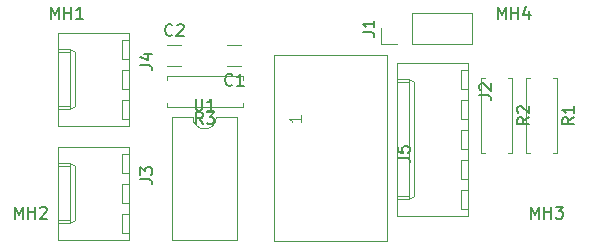
<source format=gbr>
G04 #@! TF.GenerationSoftware,KiCad,Pcbnew,5.1.5*
G04 #@! TF.CreationDate,2020-01-29T11:09:02+01:00*
G04 #@! TF.ProjectId,TinyADC,54696e79-4144-4432-9e6b-696361645f70,rev?*
G04 #@! TF.SameCoordinates,Original*
G04 #@! TF.FileFunction,Legend,Top*
G04 #@! TF.FilePolarity,Positive*
%FSLAX46Y46*%
G04 Gerber Fmt 4.6, Leading zero omitted, Abs format (unit mm)*
G04 Created by KiCad (PCBNEW 5.1.5) date 2020-01-29 11:09:02*
%MOMM*%
%LPD*%
G04 APERTURE LIST*
%ADD10C,0.120000*%
%ADD11C,0.150000*%
G04 APERTURE END LIST*
D10*
X126860000Y-108750000D02*
X127480000Y-108750000D01*
X126860000Y-107150000D02*
X126860000Y-108750000D01*
X127480000Y-107150000D02*
X126860000Y-107150000D01*
X126860000Y-106210000D02*
X127480000Y-106210000D01*
X126860000Y-104610000D02*
X126860000Y-106210000D01*
X127480000Y-104610000D02*
X126860000Y-104610000D01*
X126860000Y-103670000D02*
X127480000Y-103670000D01*
X126860000Y-102070000D02*
X126860000Y-103670000D01*
X127480000Y-102070000D02*
X126860000Y-102070000D01*
X121480000Y-107700000D02*
X122480000Y-107700000D01*
X121480000Y-103120000D02*
X122480000Y-103120000D01*
X122910000Y-107700000D02*
X122480000Y-107950000D01*
X122910000Y-103120000D02*
X122910000Y-107700000D01*
X122480000Y-102870000D02*
X122910000Y-103120000D01*
X122480000Y-107950000D02*
X121480000Y-107950000D01*
X122480000Y-102870000D02*
X122480000Y-107950000D01*
X121480000Y-102870000D02*
X122480000Y-102870000D01*
X127480000Y-109320000D02*
X127480000Y-101500000D01*
X121480000Y-109320000D02*
X127480000Y-109320000D01*
X121480000Y-101500000D02*
X121480000Y-109320000D01*
X127480000Y-101500000D02*
X121480000Y-101500000D01*
X149326000Y-103382000D02*
X149326000Y-119122000D01*
X149326000Y-119122000D02*
X139726000Y-119122000D01*
X139726000Y-119122000D02*
X139726000Y-103382000D01*
X139726000Y-103382000D02*
X149326000Y-103382000D01*
X136965000Y-104239000D02*
X135791000Y-104239000D01*
X136965000Y-102517000D02*
X135791000Y-102517000D01*
X130711000Y-104239000D02*
X131885000Y-104239000D01*
X130711000Y-102517000D02*
X131885000Y-102517000D01*
X156182000Y-104040000D02*
X150182000Y-104040000D01*
X150182000Y-104040000D02*
X150182000Y-116940000D01*
X150182000Y-116940000D02*
X156182000Y-116940000D01*
X156182000Y-116940000D02*
X156182000Y-104040000D01*
X150182000Y-105410000D02*
X151182000Y-105410000D01*
X151182000Y-105410000D02*
X151182000Y-115570000D01*
X151182000Y-115570000D02*
X150182000Y-115570000D01*
X151182000Y-105410000D02*
X151612000Y-105660000D01*
X151612000Y-105660000D02*
X151612000Y-115320000D01*
X151612000Y-115320000D02*
X151182000Y-115570000D01*
X150182000Y-105660000D02*
X151182000Y-105660000D01*
X150182000Y-115320000D02*
X151182000Y-115320000D01*
X156182000Y-104610000D02*
X155562000Y-104610000D01*
X155562000Y-104610000D02*
X155562000Y-106210000D01*
X155562000Y-106210000D02*
X156182000Y-106210000D01*
X156182000Y-107150000D02*
X155562000Y-107150000D01*
X155562000Y-107150000D02*
X155562000Y-108750000D01*
X155562000Y-108750000D02*
X156182000Y-108750000D01*
X156182000Y-109690000D02*
X155562000Y-109690000D01*
X155562000Y-109690000D02*
X155562000Y-111290000D01*
X155562000Y-111290000D02*
X156182000Y-111290000D01*
X156182000Y-112230000D02*
X155562000Y-112230000D01*
X155562000Y-112230000D02*
X155562000Y-113830000D01*
X155562000Y-113830000D02*
X156182000Y-113830000D01*
X156182000Y-114770000D02*
X155562000Y-114770000D01*
X155562000Y-114770000D02*
X155562000Y-116370000D01*
X155562000Y-116370000D02*
X156182000Y-116370000D01*
X127480000Y-111152000D02*
X121480000Y-111152000D01*
X121480000Y-111152000D02*
X121480000Y-118972000D01*
X121480000Y-118972000D02*
X127480000Y-118972000D01*
X127480000Y-118972000D02*
X127480000Y-111152000D01*
X121480000Y-112522000D02*
X122480000Y-112522000D01*
X122480000Y-112522000D02*
X122480000Y-117602000D01*
X122480000Y-117602000D02*
X121480000Y-117602000D01*
X122480000Y-112522000D02*
X122910000Y-112772000D01*
X122910000Y-112772000D02*
X122910000Y-117352000D01*
X122910000Y-117352000D02*
X122480000Y-117602000D01*
X121480000Y-112772000D02*
X122480000Y-112772000D01*
X121480000Y-117352000D02*
X122480000Y-117352000D01*
X127480000Y-111722000D02*
X126860000Y-111722000D01*
X126860000Y-111722000D02*
X126860000Y-113322000D01*
X126860000Y-113322000D02*
X127480000Y-113322000D01*
X127480000Y-114262000D02*
X126860000Y-114262000D01*
X126860000Y-114262000D02*
X126860000Y-115862000D01*
X126860000Y-115862000D02*
X127480000Y-115862000D01*
X127480000Y-116802000D02*
X126860000Y-116802000D01*
X126860000Y-116802000D02*
X126860000Y-118402000D01*
X126860000Y-118402000D02*
X127480000Y-118402000D01*
X161056672Y-111668000D02*
X161386672Y-111668000D01*
X161056672Y-105248000D02*
X161056672Y-111668000D01*
X161386672Y-105248000D02*
X161056672Y-105248000D01*
X163676672Y-111668000D02*
X163346672Y-111668000D01*
X163676672Y-105248000D02*
X163676672Y-111668000D01*
X163346672Y-105248000D02*
X163676672Y-105248000D01*
X159536672Y-105248000D02*
X159866672Y-105248000D01*
X159866672Y-105248000D02*
X159866672Y-111668000D01*
X159866672Y-111668000D02*
X159536672Y-111668000D01*
X157576672Y-105248000D02*
X157246672Y-105248000D01*
X157246672Y-105248000D02*
X157246672Y-111668000D01*
X157246672Y-111668000D02*
X157576672Y-111668000D01*
X137068000Y-107406000D02*
X137068000Y-107736000D01*
X137068000Y-107736000D02*
X130648000Y-107736000D01*
X130648000Y-107736000D02*
X130648000Y-107406000D01*
X137068000Y-105446000D02*
X137068000Y-105116000D01*
X137068000Y-105116000D02*
X130648000Y-105116000D01*
X130648000Y-105116000D02*
X130648000Y-105446000D01*
X132858000Y-108592000D02*
X131088000Y-108592000D01*
X131088000Y-108592000D02*
X131088000Y-118992000D01*
X131088000Y-118992000D02*
X136628000Y-118992000D01*
X136628000Y-118992000D02*
X136628000Y-108592000D01*
X136628000Y-108592000D02*
X134858000Y-108592000D01*
X134858000Y-108592000D02*
G75*
G02X132858000Y-108592000I-1000000J0D01*
G01*
X156524000Y-102422000D02*
X156524000Y-99762000D01*
X151384000Y-102422000D02*
X156524000Y-102422000D01*
X151384000Y-99762000D02*
X156524000Y-99762000D01*
X151384000Y-102422000D02*
X151384000Y-99762000D01*
X150114000Y-102422000D02*
X148784000Y-102422000D01*
X148784000Y-102422000D02*
X148784000Y-101092000D01*
D11*
X128412380Y-104203333D02*
X129126666Y-104203333D01*
X129269523Y-104250952D01*
X129364761Y-104346190D01*
X129412380Y-104489047D01*
X129412380Y-104584285D01*
X128745714Y-103298571D02*
X129412380Y-103298571D01*
X128364761Y-103536666D02*
X129079047Y-103774761D01*
X129079047Y-103155714D01*
X150208380Y-112045333D02*
X150922666Y-112045333D01*
X151065523Y-112092952D01*
X151160761Y-112188190D01*
X151208380Y-112331047D01*
X151208380Y-112426285D01*
X150208380Y-111092952D02*
X150208380Y-111569142D01*
X150684571Y-111616761D01*
X150636952Y-111569142D01*
X150589333Y-111473904D01*
X150589333Y-111235809D01*
X150636952Y-111140571D01*
X150684571Y-111092952D01*
X150779809Y-111045333D01*
X151017904Y-111045333D01*
X151113142Y-111092952D01*
X151160761Y-111140571D01*
X151208380Y-111235809D01*
X151208380Y-111473904D01*
X151160761Y-111569142D01*
X151113142Y-111616761D01*
D10*
X141988380Y-108446285D02*
X141988380Y-109017714D01*
X141988380Y-108732000D02*
X140988380Y-108732000D01*
X141131238Y-108827238D01*
X141226476Y-108922476D01*
X141274095Y-109017714D01*
D11*
X136211333Y-105845142D02*
X136163714Y-105892761D01*
X136020857Y-105940380D01*
X135925619Y-105940380D01*
X135782761Y-105892761D01*
X135687523Y-105797523D01*
X135639904Y-105702285D01*
X135592285Y-105511809D01*
X135592285Y-105368952D01*
X135639904Y-105178476D01*
X135687523Y-105083238D01*
X135782761Y-104988000D01*
X135925619Y-104940380D01*
X136020857Y-104940380D01*
X136163714Y-104988000D01*
X136211333Y-105035619D01*
X137163714Y-105940380D02*
X136592285Y-105940380D01*
X136878000Y-105940380D02*
X136878000Y-104940380D01*
X136782761Y-105083238D01*
X136687523Y-105178476D01*
X136592285Y-105226095D01*
X131131333Y-101625142D02*
X131083714Y-101672761D01*
X130940857Y-101720380D01*
X130845619Y-101720380D01*
X130702761Y-101672761D01*
X130607523Y-101577523D01*
X130559904Y-101482285D01*
X130512285Y-101291809D01*
X130512285Y-101148952D01*
X130559904Y-100958476D01*
X130607523Y-100863238D01*
X130702761Y-100768000D01*
X130845619Y-100720380D01*
X130940857Y-100720380D01*
X131083714Y-100768000D01*
X131131333Y-100815619D01*
X131512285Y-100815619D02*
X131559904Y-100768000D01*
X131655142Y-100720380D01*
X131893238Y-100720380D01*
X131988476Y-100768000D01*
X132036095Y-100815619D01*
X132083714Y-100910857D01*
X132083714Y-101006095D01*
X132036095Y-101148952D01*
X131464666Y-101720380D01*
X132083714Y-101720380D01*
X157114380Y-106743333D02*
X157828666Y-106743333D01*
X157971523Y-106790952D01*
X158066761Y-106886190D01*
X158114380Y-107029047D01*
X158114380Y-107124285D01*
X157209619Y-106314761D02*
X157162000Y-106267142D01*
X157114380Y-106171904D01*
X157114380Y-105933809D01*
X157162000Y-105838571D01*
X157209619Y-105790952D01*
X157304857Y-105743333D01*
X157400095Y-105743333D01*
X157542952Y-105790952D01*
X158114380Y-106362380D01*
X158114380Y-105743333D01*
X128412380Y-113855333D02*
X129126666Y-113855333D01*
X129269523Y-113902952D01*
X129364761Y-113998190D01*
X129412380Y-114141047D01*
X129412380Y-114236285D01*
X128412380Y-113474380D02*
X128412380Y-112855333D01*
X128793333Y-113188666D01*
X128793333Y-113045809D01*
X128840952Y-112950571D01*
X128888571Y-112902952D01*
X128983809Y-112855333D01*
X129221904Y-112855333D01*
X129317142Y-112902952D01*
X129364761Y-112950571D01*
X129412380Y-113045809D01*
X129412380Y-113331523D01*
X129364761Y-113426761D01*
X129317142Y-113474380D01*
X165129052Y-108624666D02*
X164652862Y-108958000D01*
X165129052Y-109196095D02*
X164129052Y-109196095D01*
X164129052Y-108815142D01*
X164176672Y-108719904D01*
X164224291Y-108672285D01*
X164319529Y-108624666D01*
X164462386Y-108624666D01*
X164557624Y-108672285D01*
X164605243Y-108719904D01*
X164652862Y-108815142D01*
X164652862Y-109196095D01*
X165129052Y-107672285D02*
X165129052Y-108243714D01*
X165129052Y-107958000D02*
X164129052Y-107958000D01*
X164271910Y-108053238D01*
X164367148Y-108148476D01*
X164414767Y-108243714D01*
X161319052Y-108624666D02*
X160842862Y-108958000D01*
X161319052Y-109196095D02*
X160319052Y-109196095D01*
X160319052Y-108815142D01*
X160366672Y-108719904D01*
X160414291Y-108672285D01*
X160509529Y-108624666D01*
X160652386Y-108624666D01*
X160747624Y-108672285D01*
X160795243Y-108719904D01*
X160842862Y-108815142D01*
X160842862Y-109196095D01*
X160414291Y-108243714D02*
X160366672Y-108196095D01*
X160319052Y-108100857D01*
X160319052Y-107862761D01*
X160366672Y-107767523D01*
X160414291Y-107719904D01*
X160509529Y-107672285D01*
X160604767Y-107672285D01*
X160747624Y-107719904D01*
X161319052Y-108291333D01*
X161319052Y-107672285D01*
X133691333Y-109188380D02*
X133358000Y-108712190D01*
X133119904Y-109188380D02*
X133119904Y-108188380D01*
X133500857Y-108188380D01*
X133596095Y-108236000D01*
X133643714Y-108283619D01*
X133691333Y-108378857D01*
X133691333Y-108521714D01*
X133643714Y-108616952D01*
X133596095Y-108664571D01*
X133500857Y-108712190D01*
X133119904Y-108712190D01*
X134024666Y-108188380D02*
X134643714Y-108188380D01*
X134310380Y-108569333D01*
X134453238Y-108569333D01*
X134548476Y-108616952D01*
X134596095Y-108664571D01*
X134643714Y-108759809D01*
X134643714Y-108997904D01*
X134596095Y-109093142D01*
X134548476Y-109140761D01*
X134453238Y-109188380D01*
X134167523Y-109188380D01*
X134072285Y-109140761D01*
X134024666Y-109093142D01*
X133096095Y-107044380D02*
X133096095Y-107853904D01*
X133143714Y-107949142D01*
X133191333Y-107996761D01*
X133286571Y-108044380D01*
X133477047Y-108044380D01*
X133572285Y-107996761D01*
X133619904Y-107949142D01*
X133667523Y-107853904D01*
X133667523Y-107044380D01*
X134667523Y-108044380D02*
X134096095Y-108044380D01*
X134381809Y-108044380D02*
X134381809Y-107044380D01*
X134286571Y-107187238D01*
X134191333Y-107282476D01*
X134096095Y-107330095D01*
X147236380Y-101425333D02*
X147950666Y-101425333D01*
X148093523Y-101472952D01*
X148188761Y-101568190D01*
X148236380Y-101711047D01*
X148236380Y-101806285D01*
X148236380Y-100425333D02*
X148236380Y-100996761D01*
X148236380Y-100711047D02*
X147236380Y-100711047D01*
X147379238Y-100806285D01*
X147474476Y-100901523D01*
X147522095Y-100996761D01*
X120840666Y-100274380D02*
X120840666Y-99274380D01*
X121174000Y-99988666D01*
X121507333Y-99274380D01*
X121507333Y-100274380D01*
X121983523Y-100274380D02*
X121983523Y-99274380D01*
X121983523Y-99750571D02*
X122554952Y-99750571D01*
X122554952Y-100274380D02*
X122554952Y-99274380D01*
X123554952Y-100274380D02*
X122983523Y-100274380D01*
X123269238Y-100274380D02*
X123269238Y-99274380D01*
X123174000Y-99417238D01*
X123078761Y-99512476D01*
X122983523Y-99560095D01*
X117792666Y-117186380D02*
X117792666Y-116186380D01*
X118126000Y-116900666D01*
X118459333Y-116186380D01*
X118459333Y-117186380D01*
X118935523Y-117186380D02*
X118935523Y-116186380D01*
X118935523Y-116662571D02*
X119506952Y-116662571D01*
X119506952Y-117186380D02*
X119506952Y-116186380D01*
X119935523Y-116281619D02*
X119983142Y-116234000D01*
X120078380Y-116186380D01*
X120316476Y-116186380D01*
X120411714Y-116234000D01*
X120459333Y-116281619D01*
X120506952Y-116376857D01*
X120506952Y-116472095D01*
X120459333Y-116614952D01*
X119887904Y-117186380D01*
X120506952Y-117186380D01*
X161480666Y-117186380D02*
X161480666Y-116186380D01*
X161814000Y-116900666D01*
X162147333Y-116186380D01*
X162147333Y-117186380D01*
X162623523Y-117186380D02*
X162623523Y-116186380D01*
X162623523Y-116662571D02*
X163194952Y-116662571D01*
X163194952Y-117186380D02*
X163194952Y-116186380D01*
X163575904Y-116186380D02*
X164194952Y-116186380D01*
X163861619Y-116567333D01*
X164004476Y-116567333D01*
X164099714Y-116614952D01*
X164147333Y-116662571D01*
X164194952Y-116757809D01*
X164194952Y-116995904D01*
X164147333Y-117091142D01*
X164099714Y-117138761D01*
X164004476Y-117186380D01*
X163718761Y-117186380D01*
X163623523Y-117138761D01*
X163575904Y-117091142D01*
X158686666Y-100274380D02*
X158686666Y-99274380D01*
X159020000Y-99988666D01*
X159353333Y-99274380D01*
X159353333Y-100274380D01*
X159829523Y-100274380D02*
X159829523Y-99274380D01*
X159829523Y-99750571D02*
X160400952Y-99750571D01*
X160400952Y-100274380D02*
X160400952Y-99274380D01*
X161305714Y-99607714D02*
X161305714Y-100274380D01*
X161067619Y-99226761D02*
X160829523Y-99941047D01*
X161448571Y-99941047D01*
M02*

</source>
